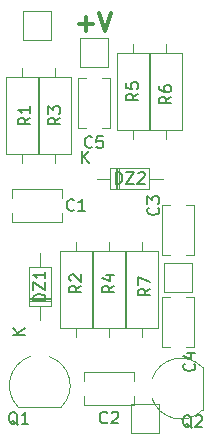
<source format=gbr>
G04 #@! TF.GenerationSoftware,KiCad,Pcbnew,(5.1.5)-3*
G04 #@! TF.CreationDate,2021-08-21T07:51:41-04:00*
G04 #@! TF.ProjectId,NoiseGen,4e6f6973-6547-4656-9e2e-6b696361645f,1*
G04 #@! TF.SameCoordinates,Original*
G04 #@! TF.FileFunction,Legend,Top*
G04 #@! TF.FilePolarity,Positive*
%FSLAX46Y46*%
G04 Gerber Fmt 4.6, Leading zero omitted, Abs format (unit mm)*
G04 Created by KiCad (PCBNEW (5.1.5)-3) date 2021-08-21 07:51:41*
%MOMM*%
%LPD*%
G04 APERTURE LIST*
%ADD10C,0.304800*%
%ADD11C,0.120000*%
%ADD12C,0.150000*%
G04 APERTURE END LIST*
D10*
X63810285Y-36951257D02*
X64971428Y-36951257D01*
X64390857Y-37531828D02*
X64390857Y-36370685D01*
X65479428Y-36007828D02*
X65987428Y-37531828D01*
X66495428Y-36007828D01*
D11*
X58672000Y-69426400D02*
X62272000Y-69426400D01*
X58660125Y-69418141D02*
G75*
G02X59652000Y-65126400I1811875J1841741D01*
G01*
X62280445Y-69404084D02*
G75*
G03X61252000Y-65126400I-1808445J1827684D01*
G01*
X74237684Y-66021955D02*
G75*
G03X69960000Y-67050400I-1827684J-1808445D01*
G01*
X74251741Y-69642275D02*
G75*
G02X69960000Y-68650400I-1841741J1811875D01*
G01*
X74260000Y-69630400D02*
X74260000Y-66030400D01*
X59552000Y-60834400D02*
X61392000Y-60834400D01*
X61392000Y-60834400D02*
X61392000Y-57554400D01*
X61392000Y-57554400D02*
X59552000Y-57554400D01*
X59552000Y-57554400D02*
X59552000Y-60834400D01*
X60472000Y-62014400D02*
X60472000Y-60834400D01*
X60472000Y-56374400D02*
X60472000Y-57554400D01*
X59552000Y-60258400D02*
X61392000Y-60258400D01*
X59552000Y-60138400D02*
X61392000Y-60138400D01*
X59552000Y-60378400D02*
X61392000Y-60378400D01*
X66908000Y-49130400D02*
X66908000Y-50970400D01*
X67148000Y-49130400D02*
X67148000Y-50970400D01*
X67028000Y-49130400D02*
X67028000Y-50970400D01*
X70912000Y-50050400D02*
X69732000Y-50050400D01*
X65272000Y-50050400D02*
X66452000Y-50050400D01*
X69732000Y-49130400D02*
X66452000Y-49130400D01*
X69732000Y-50970400D02*
X69732000Y-49130400D01*
X66452000Y-50970400D02*
X69732000Y-50970400D01*
X66452000Y-49130400D02*
X66452000Y-50970400D01*
X57578000Y-47986400D02*
X60318000Y-47986400D01*
X60318000Y-47986400D02*
X60318000Y-41446400D01*
X60318000Y-41446400D02*
X57578000Y-41446400D01*
X57578000Y-41446400D02*
X57578000Y-47986400D01*
X58948000Y-48756400D02*
X58948000Y-47986400D01*
X58948000Y-40676400D02*
X58948000Y-41446400D01*
X63520000Y-55408400D02*
X63520000Y-56178400D01*
X63520000Y-63488400D02*
X63520000Y-62718400D01*
X62150000Y-56178400D02*
X62150000Y-62718400D01*
X64890000Y-56178400D02*
X62150000Y-56178400D01*
X64890000Y-62718400D02*
X64890000Y-56178400D01*
X62150000Y-62718400D02*
X64890000Y-62718400D01*
X61742000Y-40676400D02*
X61742000Y-41446400D01*
X61742000Y-48756400D02*
X61742000Y-47986400D01*
X60372000Y-41446400D02*
X60372000Y-47986400D01*
X63112000Y-41446400D02*
X60372000Y-41446400D01*
X63112000Y-47986400D02*
X63112000Y-41446400D01*
X60372000Y-47986400D02*
X63112000Y-47986400D01*
X66314000Y-55408400D02*
X66314000Y-56178400D01*
X66314000Y-63488400D02*
X66314000Y-62718400D01*
X64944000Y-56178400D02*
X64944000Y-62718400D01*
X67684000Y-56178400D02*
X64944000Y-56178400D01*
X67684000Y-62718400D02*
X67684000Y-56178400D01*
X64944000Y-62718400D02*
X67684000Y-62718400D01*
X66976000Y-45954400D02*
X69716000Y-45954400D01*
X69716000Y-45954400D02*
X69716000Y-39414400D01*
X69716000Y-39414400D02*
X66976000Y-39414400D01*
X66976000Y-39414400D02*
X66976000Y-45954400D01*
X68346000Y-46724400D02*
X68346000Y-45954400D01*
X68346000Y-38644400D02*
X68346000Y-39414400D01*
X69770000Y-45954400D02*
X72510000Y-45954400D01*
X72510000Y-45954400D02*
X72510000Y-39414400D01*
X72510000Y-39414400D02*
X69770000Y-39414400D01*
X69770000Y-39414400D02*
X69770000Y-45954400D01*
X71140000Y-46724400D02*
X71140000Y-45954400D01*
X71140000Y-38644400D02*
X71140000Y-39414400D01*
X67738000Y-62718400D02*
X70478000Y-62718400D01*
X70478000Y-62718400D02*
X70478000Y-56178400D01*
X70478000Y-56178400D02*
X67738000Y-56178400D01*
X67738000Y-56178400D02*
X67738000Y-62718400D01*
X69108000Y-63488400D02*
X69108000Y-62718400D01*
X69108000Y-55408400D02*
X69108000Y-56178400D01*
X58118000Y-51671400D02*
X58118000Y-50966400D01*
X58118000Y-53706400D02*
X58118000Y-53001400D01*
X62358000Y-51671400D02*
X62358000Y-50966400D01*
X62358000Y-53706400D02*
X62358000Y-53001400D01*
X62358000Y-50966400D02*
X58118000Y-50966400D01*
X62358000Y-53706400D02*
X58118000Y-53706400D01*
X68454000Y-69200400D02*
X64214000Y-69200400D01*
X68454000Y-66460400D02*
X64214000Y-66460400D01*
X68454000Y-69200400D02*
X68454000Y-68495400D01*
X68454000Y-67165400D02*
X68454000Y-66460400D01*
X64214000Y-69200400D02*
X64214000Y-68495400D01*
X64214000Y-67165400D02*
X64214000Y-66460400D01*
X72821000Y-52268400D02*
X73526000Y-52268400D01*
X70786000Y-52268400D02*
X71491000Y-52268400D01*
X72821000Y-56508400D02*
X73526000Y-56508400D01*
X70786000Y-56508400D02*
X71491000Y-56508400D01*
X73526000Y-56508400D02*
X73526000Y-52268400D01*
X70786000Y-56508400D02*
X70786000Y-52268400D01*
X73526000Y-60102400D02*
X73526000Y-64342400D01*
X70786000Y-60102400D02*
X70786000Y-64342400D01*
X73526000Y-60102400D02*
X72821000Y-60102400D01*
X71491000Y-60102400D02*
X70786000Y-60102400D01*
X73526000Y-64342400D02*
X72821000Y-64342400D01*
X71491000Y-64342400D02*
X70786000Y-64342400D01*
X66414000Y-41560400D02*
X66414000Y-45800400D01*
X63674000Y-41560400D02*
X63674000Y-45800400D01*
X66414000Y-41560400D02*
X65709000Y-41560400D01*
X64379000Y-41560400D02*
X63674000Y-41560400D01*
X66414000Y-45800400D02*
X65709000Y-45800400D01*
X64379000Y-45800400D02*
X63674000Y-45800400D01*
X70956000Y-59632400D02*
X70956000Y-57232400D01*
X73356000Y-59632400D02*
X70956000Y-59632400D01*
X73356000Y-57232400D02*
X73356000Y-59632400D01*
X70956000Y-57232400D02*
X73356000Y-57232400D01*
X63844000Y-38182400D02*
X66244000Y-38182400D01*
X66244000Y-38182400D02*
X66244000Y-40582400D01*
X66244000Y-40582400D02*
X63844000Y-40582400D01*
X63844000Y-40582400D02*
X63844000Y-38182400D01*
X68162000Y-71570400D02*
X68162000Y-69170400D01*
X70562000Y-71570400D02*
X68162000Y-71570400D01*
X70562000Y-69170400D02*
X70562000Y-71570400D01*
X68162000Y-69170400D02*
X70562000Y-69170400D01*
X59018000Y-35896400D02*
X61418000Y-35896400D01*
X61418000Y-35896400D02*
X61418000Y-38296400D01*
X61418000Y-38296400D02*
X59018000Y-38296400D01*
X59018000Y-38296400D02*
X59018000Y-35896400D01*
D12*
X58598761Y-70918019D02*
X58503523Y-70870400D01*
X58408285Y-70775161D01*
X58265428Y-70632304D01*
X58170190Y-70584685D01*
X58074952Y-70584685D01*
X58122571Y-70822780D02*
X58027333Y-70775161D01*
X57932095Y-70679923D01*
X57884476Y-70489447D01*
X57884476Y-70156114D01*
X57932095Y-69965638D01*
X58027333Y-69870400D01*
X58122571Y-69822780D01*
X58313047Y-69822780D01*
X58408285Y-69870400D01*
X58503523Y-69965638D01*
X58551142Y-70156114D01*
X58551142Y-70489447D01*
X58503523Y-70679923D01*
X58408285Y-70775161D01*
X58313047Y-70822780D01*
X58122571Y-70822780D01*
X59503523Y-70822780D02*
X58932095Y-70822780D01*
X59217809Y-70822780D02*
X59217809Y-69822780D01*
X59122571Y-69965638D01*
X59027333Y-70060876D01*
X58932095Y-70108495D01*
X73330761Y-71172019D02*
X73235523Y-71124400D01*
X73140285Y-71029161D01*
X72997428Y-70886304D01*
X72902190Y-70838685D01*
X72806952Y-70838685D01*
X72854571Y-71076780D02*
X72759333Y-71029161D01*
X72664095Y-70933923D01*
X72616476Y-70743447D01*
X72616476Y-70410114D01*
X72664095Y-70219638D01*
X72759333Y-70124400D01*
X72854571Y-70076780D01*
X73045047Y-70076780D01*
X73140285Y-70124400D01*
X73235523Y-70219638D01*
X73283142Y-70410114D01*
X73283142Y-70743447D01*
X73235523Y-70933923D01*
X73140285Y-71029161D01*
X73045047Y-71076780D01*
X72854571Y-71076780D01*
X73664095Y-70172019D02*
X73711714Y-70124400D01*
X73806952Y-70076780D01*
X74045047Y-70076780D01*
X74140285Y-70124400D01*
X74187904Y-70172019D01*
X74235523Y-70267257D01*
X74235523Y-70362495D01*
X74187904Y-70505352D01*
X73616476Y-71076780D01*
X74235523Y-71076780D01*
X60924380Y-60408685D02*
X59924380Y-60408685D01*
X59924380Y-60170590D01*
X59972000Y-60027733D01*
X60067238Y-59932495D01*
X60162476Y-59884876D01*
X60352952Y-59837257D01*
X60495809Y-59837257D01*
X60686285Y-59884876D01*
X60781523Y-59932495D01*
X60876761Y-60027733D01*
X60924380Y-60170590D01*
X60924380Y-60408685D01*
X59924380Y-59503923D02*
X59924380Y-58837257D01*
X60924380Y-59503923D01*
X60924380Y-58837257D01*
X60924380Y-57932495D02*
X60924380Y-58503923D01*
X60924380Y-58218209D02*
X59924380Y-58218209D01*
X60067238Y-58313447D01*
X60162476Y-58408685D01*
X60210095Y-58503923D01*
X59174380Y-63266304D02*
X58174380Y-63266304D01*
X59174380Y-62694876D02*
X58602952Y-63123447D01*
X58174380Y-62694876D02*
X58745809Y-63266304D01*
X66877714Y-50502780D02*
X66877714Y-49502780D01*
X67115809Y-49502780D01*
X67258666Y-49550400D01*
X67353904Y-49645638D01*
X67401523Y-49740876D01*
X67449142Y-49931352D01*
X67449142Y-50074209D01*
X67401523Y-50264685D01*
X67353904Y-50359923D01*
X67258666Y-50455161D01*
X67115809Y-50502780D01*
X66877714Y-50502780D01*
X67782476Y-49502780D02*
X68449142Y-49502780D01*
X67782476Y-50502780D01*
X68449142Y-50502780D01*
X68782476Y-49598019D02*
X68830095Y-49550400D01*
X68925333Y-49502780D01*
X69163428Y-49502780D01*
X69258666Y-49550400D01*
X69306285Y-49598019D01*
X69353904Y-49693257D01*
X69353904Y-49788495D01*
X69306285Y-49931352D01*
X68734857Y-50502780D01*
X69353904Y-50502780D01*
X64020095Y-48752780D02*
X64020095Y-47752780D01*
X64591523Y-48752780D02*
X64162952Y-48181352D01*
X64591523Y-47752780D02*
X64020095Y-48324209D01*
X59654380Y-44883066D02*
X59178190Y-45216400D01*
X59654380Y-45454495D02*
X58654380Y-45454495D01*
X58654380Y-45073542D01*
X58702000Y-44978304D01*
X58749619Y-44930685D01*
X58844857Y-44883066D01*
X58987714Y-44883066D01*
X59082952Y-44930685D01*
X59130571Y-44978304D01*
X59178190Y-45073542D01*
X59178190Y-45454495D01*
X59654380Y-43930685D02*
X59654380Y-44502114D01*
X59654380Y-44216400D02*
X58654380Y-44216400D01*
X58797238Y-44311638D01*
X58892476Y-44406876D01*
X58940095Y-44502114D01*
X63972380Y-59107066D02*
X63496190Y-59440400D01*
X63972380Y-59678495D02*
X62972380Y-59678495D01*
X62972380Y-59297542D01*
X63020000Y-59202304D01*
X63067619Y-59154685D01*
X63162857Y-59107066D01*
X63305714Y-59107066D01*
X63400952Y-59154685D01*
X63448571Y-59202304D01*
X63496190Y-59297542D01*
X63496190Y-59678495D01*
X63067619Y-58726114D02*
X63020000Y-58678495D01*
X62972380Y-58583257D01*
X62972380Y-58345161D01*
X63020000Y-58249923D01*
X63067619Y-58202304D01*
X63162857Y-58154685D01*
X63258095Y-58154685D01*
X63400952Y-58202304D01*
X63972380Y-58773733D01*
X63972380Y-58154685D01*
X62194380Y-44883066D02*
X61718190Y-45216400D01*
X62194380Y-45454495D02*
X61194380Y-45454495D01*
X61194380Y-45073542D01*
X61242000Y-44978304D01*
X61289619Y-44930685D01*
X61384857Y-44883066D01*
X61527714Y-44883066D01*
X61622952Y-44930685D01*
X61670571Y-44978304D01*
X61718190Y-45073542D01*
X61718190Y-45454495D01*
X61194380Y-44549733D02*
X61194380Y-43930685D01*
X61575333Y-44264019D01*
X61575333Y-44121161D01*
X61622952Y-44025923D01*
X61670571Y-43978304D01*
X61765809Y-43930685D01*
X62003904Y-43930685D01*
X62099142Y-43978304D01*
X62146761Y-44025923D01*
X62194380Y-44121161D01*
X62194380Y-44406876D01*
X62146761Y-44502114D01*
X62099142Y-44549733D01*
X66766380Y-59107066D02*
X66290190Y-59440400D01*
X66766380Y-59678495D02*
X65766380Y-59678495D01*
X65766380Y-59297542D01*
X65814000Y-59202304D01*
X65861619Y-59154685D01*
X65956857Y-59107066D01*
X66099714Y-59107066D01*
X66194952Y-59154685D01*
X66242571Y-59202304D01*
X66290190Y-59297542D01*
X66290190Y-59678495D01*
X66099714Y-58249923D02*
X66766380Y-58249923D01*
X65718761Y-58488019D02*
X66433047Y-58726114D01*
X66433047Y-58107066D01*
X68798380Y-42851066D02*
X68322190Y-43184400D01*
X68798380Y-43422495D02*
X67798380Y-43422495D01*
X67798380Y-43041542D01*
X67846000Y-42946304D01*
X67893619Y-42898685D01*
X67988857Y-42851066D01*
X68131714Y-42851066D01*
X68226952Y-42898685D01*
X68274571Y-42946304D01*
X68322190Y-43041542D01*
X68322190Y-43422495D01*
X67798380Y-41946304D02*
X67798380Y-42422495D01*
X68274571Y-42470114D01*
X68226952Y-42422495D01*
X68179333Y-42327257D01*
X68179333Y-42089161D01*
X68226952Y-41993923D01*
X68274571Y-41946304D01*
X68369809Y-41898685D01*
X68607904Y-41898685D01*
X68703142Y-41946304D01*
X68750761Y-41993923D01*
X68798380Y-42089161D01*
X68798380Y-42327257D01*
X68750761Y-42422495D01*
X68703142Y-42470114D01*
X71592380Y-43105066D02*
X71116190Y-43438400D01*
X71592380Y-43676495D02*
X70592380Y-43676495D01*
X70592380Y-43295542D01*
X70640000Y-43200304D01*
X70687619Y-43152685D01*
X70782857Y-43105066D01*
X70925714Y-43105066D01*
X71020952Y-43152685D01*
X71068571Y-43200304D01*
X71116190Y-43295542D01*
X71116190Y-43676495D01*
X70592380Y-42247923D02*
X70592380Y-42438400D01*
X70640000Y-42533638D01*
X70687619Y-42581257D01*
X70830476Y-42676495D01*
X71020952Y-42724114D01*
X71401904Y-42724114D01*
X71497142Y-42676495D01*
X71544761Y-42628876D01*
X71592380Y-42533638D01*
X71592380Y-42343161D01*
X71544761Y-42247923D01*
X71497142Y-42200304D01*
X71401904Y-42152685D01*
X71163809Y-42152685D01*
X71068571Y-42200304D01*
X71020952Y-42247923D01*
X70973333Y-42343161D01*
X70973333Y-42533638D01*
X71020952Y-42628876D01*
X71068571Y-42676495D01*
X71163809Y-42724114D01*
X69814380Y-59361066D02*
X69338190Y-59694400D01*
X69814380Y-59932495D02*
X68814380Y-59932495D01*
X68814380Y-59551542D01*
X68862000Y-59456304D01*
X68909619Y-59408685D01*
X69004857Y-59361066D01*
X69147714Y-59361066D01*
X69242952Y-59408685D01*
X69290571Y-59456304D01*
X69338190Y-59551542D01*
X69338190Y-59932495D01*
X68814380Y-59027733D02*
X68814380Y-58361066D01*
X69814380Y-58789638D01*
X63353333Y-52693542D02*
X63305714Y-52741161D01*
X63162857Y-52788780D01*
X63067619Y-52788780D01*
X62924761Y-52741161D01*
X62829523Y-52645923D01*
X62781904Y-52550685D01*
X62734285Y-52360209D01*
X62734285Y-52217352D01*
X62781904Y-52026876D01*
X62829523Y-51931638D01*
X62924761Y-51836400D01*
X63067619Y-51788780D01*
X63162857Y-51788780D01*
X63305714Y-51836400D01*
X63353333Y-51884019D01*
X64305714Y-52788780D02*
X63734285Y-52788780D01*
X64020000Y-52788780D02*
X64020000Y-51788780D01*
X63924761Y-51931638D01*
X63829523Y-52026876D01*
X63734285Y-52074495D01*
X66167333Y-70687542D02*
X66119714Y-70735161D01*
X65976857Y-70782780D01*
X65881619Y-70782780D01*
X65738761Y-70735161D01*
X65643523Y-70639923D01*
X65595904Y-70544685D01*
X65548285Y-70354209D01*
X65548285Y-70211352D01*
X65595904Y-70020876D01*
X65643523Y-69925638D01*
X65738761Y-69830400D01*
X65881619Y-69782780D01*
X65976857Y-69782780D01*
X66119714Y-69830400D01*
X66167333Y-69878019D01*
X66548285Y-69878019D02*
X66595904Y-69830400D01*
X66691142Y-69782780D01*
X66929238Y-69782780D01*
X67024476Y-69830400D01*
X67072095Y-69878019D01*
X67119714Y-69973257D01*
X67119714Y-70068495D01*
X67072095Y-70211352D01*
X66500666Y-70782780D01*
X67119714Y-70782780D01*
X70481142Y-52503066D02*
X70528761Y-52550685D01*
X70576380Y-52693542D01*
X70576380Y-52788780D01*
X70528761Y-52931638D01*
X70433523Y-53026876D01*
X70338285Y-53074495D01*
X70147809Y-53122114D01*
X70004952Y-53122114D01*
X69814476Y-53074495D01*
X69719238Y-53026876D01*
X69624000Y-52931638D01*
X69576380Y-52788780D01*
X69576380Y-52693542D01*
X69624000Y-52550685D01*
X69671619Y-52503066D01*
X69576380Y-52169733D02*
X69576380Y-51550685D01*
X69957333Y-51884019D01*
X69957333Y-51741161D01*
X70004952Y-51645923D01*
X70052571Y-51598304D01*
X70147809Y-51550685D01*
X70385904Y-51550685D01*
X70481142Y-51598304D01*
X70528761Y-51645923D01*
X70576380Y-51741161D01*
X70576380Y-52026876D01*
X70528761Y-52122114D01*
X70481142Y-52169733D01*
X73529142Y-65711066D02*
X73576761Y-65758685D01*
X73624380Y-65901542D01*
X73624380Y-65996780D01*
X73576761Y-66139638D01*
X73481523Y-66234876D01*
X73386285Y-66282495D01*
X73195809Y-66330114D01*
X73052952Y-66330114D01*
X72862476Y-66282495D01*
X72767238Y-66234876D01*
X72672000Y-66139638D01*
X72624380Y-65996780D01*
X72624380Y-65901542D01*
X72672000Y-65758685D01*
X72719619Y-65711066D01*
X72957714Y-64853923D02*
X73624380Y-64853923D01*
X72576761Y-65092019D02*
X73291047Y-65330114D01*
X73291047Y-64711066D01*
X64877333Y-47359542D02*
X64829714Y-47407161D01*
X64686857Y-47454780D01*
X64591619Y-47454780D01*
X64448761Y-47407161D01*
X64353523Y-47311923D01*
X64305904Y-47216685D01*
X64258285Y-47026209D01*
X64258285Y-46883352D01*
X64305904Y-46692876D01*
X64353523Y-46597638D01*
X64448761Y-46502400D01*
X64591619Y-46454780D01*
X64686857Y-46454780D01*
X64829714Y-46502400D01*
X64877333Y-46550019D01*
X65782095Y-46454780D02*
X65305904Y-46454780D01*
X65258285Y-46930971D01*
X65305904Y-46883352D01*
X65401142Y-46835733D01*
X65639238Y-46835733D01*
X65734476Y-46883352D01*
X65782095Y-46930971D01*
X65829714Y-47026209D01*
X65829714Y-47264304D01*
X65782095Y-47359542D01*
X65734476Y-47407161D01*
X65639238Y-47454780D01*
X65401142Y-47454780D01*
X65305904Y-47407161D01*
X65258285Y-47359542D01*
M02*

</source>
